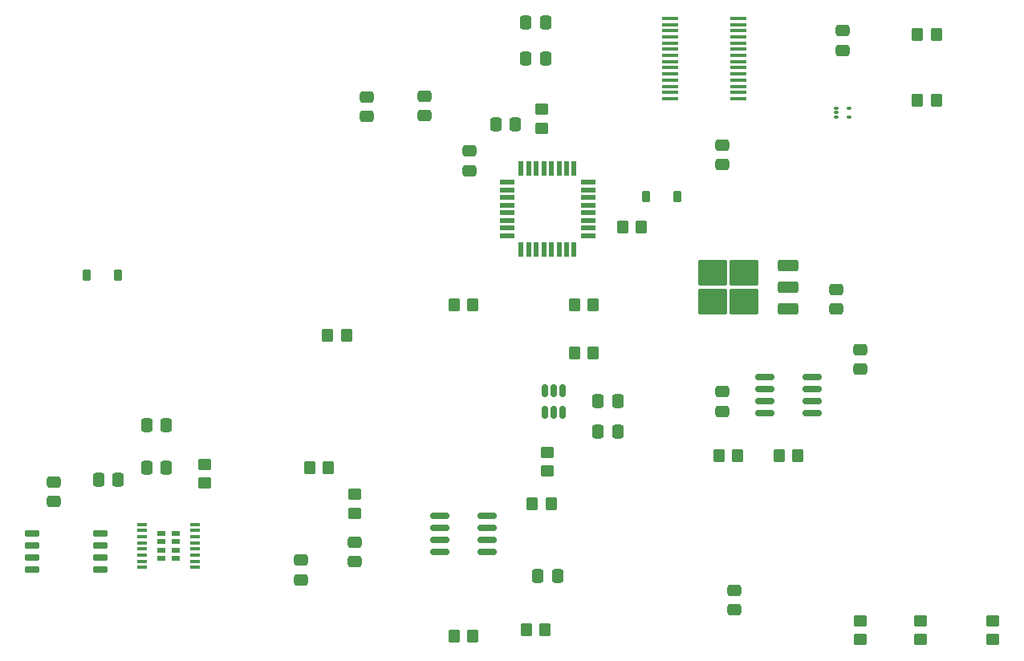
<source format=gbr>
%TF.GenerationSoftware,KiCad,Pcbnew,8.0.1*%
%TF.CreationDate,2024-04-13T21:31:32-05:00*%
%TF.ProjectId,ECE445-Wattbalance-PCB,45434534-3435-42d5-9761-747462616c61,rev?*%
%TF.SameCoordinates,Original*%
%TF.FileFunction,Paste,Top*%
%TF.FilePolarity,Positive*%
%FSLAX46Y46*%
G04 Gerber Fmt 4.6, Leading zero omitted, Abs format (unit mm)*
G04 Created by KiCad (PCBNEW 8.0.1) date 2024-04-13 21:31:32*
%MOMM*%
%LPD*%
G01*
G04 APERTURE LIST*
G04 Aperture macros list*
%AMRoundRect*
0 Rectangle with rounded corners*
0 $1 Rounding radius*
0 $2 $3 $4 $5 $6 $7 $8 $9 X,Y pos of 4 corners*
0 Add a 4 corners polygon primitive as box body*
4,1,4,$2,$3,$4,$5,$6,$7,$8,$9,$2,$3,0*
0 Add four circle primitives for the rounded corners*
1,1,$1+$1,$2,$3*
1,1,$1+$1,$4,$5*
1,1,$1+$1,$6,$7*
1,1,$1+$1,$8,$9*
0 Add four rect primitives between the rounded corners*
20,1,$1+$1,$2,$3,$4,$5,0*
20,1,$1+$1,$4,$5,$6,$7,0*
20,1,$1+$1,$6,$7,$8,$9,0*
20,1,$1+$1,$8,$9,$2,$3,0*%
G04 Aperture macros list end*
%ADD10RoundRect,0.075000X-0.150000X-0.075000X0.150000X-0.075000X0.150000X0.075000X-0.150000X0.075000X0*%
%ADD11RoundRect,0.250000X-0.475000X0.337500X-0.475000X-0.337500X0.475000X-0.337500X0.475000X0.337500X0*%
%ADD12RoundRect,0.150000X-0.825000X-0.150000X0.825000X-0.150000X0.825000X0.150000X-0.825000X0.150000X0*%
%ADD13R,0.882000X0.537000*%
%ADD14R,1.050000X0.450000*%
%ADD15RoundRect,0.250000X0.337500X0.475000X-0.337500X0.475000X-0.337500X-0.475000X0.337500X-0.475000X0*%
%ADD16RoundRect,0.250000X0.350000X0.450000X-0.350000X0.450000X-0.350000X-0.450000X0.350000X-0.450000X0*%
%ADD17RoundRect,0.250000X-0.350000X-0.450000X0.350000X-0.450000X0.350000X0.450000X-0.350000X0.450000X0*%
%ADD18RoundRect,0.250000X-0.450000X0.350000X-0.450000X-0.350000X0.450000X-0.350000X0.450000X0.350000X0*%
%ADD19RoundRect,0.150000X0.650000X0.150000X-0.650000X0.150000X-0.650000X-0.150000X0.650000X-0.150000X0*%
%ADD20RoundRect,0.250000X-0.337500X-0.475000X0.337500X-0.475000X0.337500X0.475000X-0.337500X0.475000X0*%
%ADD21RoundRect,0.250000X0.475000X-0.337500X0.475000X0.337500X-0.475000X0.337500X-0.475000X-0.337500X0*%
%ADD22R,1.750000X0.450000*%
%ADD23RoundRect,0.250000X0.450000X-0.350000X0.450000X0.350000X-0.450000X0.350000X-0.450000X-0.350000X0*%
%ADD24RoundRect,0.150000X0.825000X0.150000X-0.825000X0.150000X-0.825000X-0.150000X0.825000X-0.150000X0*%
%ADD25RoundRect,0.150000X0.150000X-0.512500X0.150000X0.512500X-0.150000X0.512500X-0.150000X-0.512500X0*%
%ADD26RoundRect,0.225000X0.225000X0.375000X-0.225000X0.375000X-0.225000X-0.375000X0.225000X-0.375000X0*%
%ADD27RoundRect,0.250000X0.850000X0.350000X-0.850000X0.350000X-0.850000X-0.350000X0.850000X-0.350000X0*%
%ADD28RoundRect,0.250000X1.275000X1.125000X-1.275000X1.125000X-1.275000X-1.125000X1.275000X-1.125000X0*%
%ADD29R,0.550000X1.600000*%
%ADD30R,1.600000X0.550000*%
G04 APERTURE END LIST*
D10*
%TO.C,U8*%
X189800000Y-69350000D03*
X189800000Y-69850000D03*
X189800000Y-70350000D03*
X191200000Y-70350000D03*
X191200000Y-69350000D03*
%TD*%
D11*
%TO.C,C18*%
X179070000Y-122322500D03*
X179070000Y-120247500D03*
%TD*%
D12*
%TO.C,U9*%
X182310000Y-97790000D03*
X182310000Y-99060000D03*
X182310000Y-100330000D03*
X182310000Y-101600000D03*
X187260000Y-101600000D03*
X187260000Y-100330000D03*
X187260000Y-99060000D03*
X187260000Y-97790000D03*
%TD*%
D13*
%TO.C,U5*%
X118645000Y-114227500D03*
X118645000Y-115122500D03*
X118645000Y-116017500D03*
X118645000Y-116912500D03*
X120115000Y-114227500D03*
X120115000Y-115122500D03*
X120115000Y-116017500D03*
X120115000Y-116912500D03*
D14*
X116605000Y-117845000D03*
X116605000Y-117195000D03*
X116605000Y-116545000D03*
X116605000Y-115895000D03*
X116605000Y-115245000D03*
X116605000Y-114595000D03*
X116605000Y-113945000D03*
X116605000Y-113295000D03*
X122155000Y-113295000D03*
X122155000Y-113945000D03*
X122155000Y-114595000D03*
X122155000Y-115245000D03*
X122155000Y-115895000D03*
X122155000Y-116545000D03*
X122155000Y-117195000D03*
X122155000Y-117845000D03*
%TD*%
D15*
%TO.C,C10*%
X119147500Y-107315000D03*
X117072500Y-107315000D03*
%TD*%
D11*
%TO.C,C3*%
X140335000Y-68177500D03*
X140335000Y-70252500D03*
%TD*%
D16*
%TO.C,R10*%
X164195000Y-90170000D03*
X162195000Y-90170000D03*
%TD*%
%TO.C,R1*%
X169275000Y-81915000D03*
X167275000Y-81915000D03*
%TD*%
D17*
%TO.C,R9*%
X136160000Y-93345000D03*
X138160000Y-93345000D03*
%TD*%
D18*
%TO.C,R5*%
X206375000Y-123460000D03*
X206375000Y-125460000D03*
%TD*%
D15*
%TO.C,C8*%
X159152500Y-64135000D03*
X157077500Y-64135000D03*
%TD*%
D18*
%TO.C,R18*%
X123190000Y-106950000D03*
X123190000Y-108950000D03*
%TD*%
D19*
%TO.C,U2*%
X104985000Y-118110000D03*
X104985000Y-116840000D03*
X104985000Y-115570000D03*
X104985000Y-114300000D03*
X112185000Y-114300000D03*
X112185000Y-115570000D03*
X112185000Y-116840000D03*
X112185000Y-118110000D03*
%TD*%
D20*
%TO.C,C11*%
X117072500Y-102870000D03*
X119147500Y-102870000D03*
%TD*%
D21*
%TO.C,C7*%
X190500000Y-63267500D03*
X190500000Y-61192500D03*
%TD*%
D20*
%TO.C,C17*%
X158347500Y-118745000D03*
X160422500Y-118745000D03*
%TD*%
%TO.C,C14*%
X164697500Y-100330000D03*
X166772500Y-100330000D03*
%TD*%
D15*
%TO.C,C12*%
X114067500Y-108585000D03*
X111992500Y-108585000D03*
%TD*%
D16*
%TO.C,R13*%
X151495000Y-90170000D03*
X149495000Y-90170000D03*
%TD*%
D15*
%TO.C,C4*%
X155977500Y-71120000D03*
X153902500Y-71120000D03*
%TD*%
D11*
%TO.C,C9*%
X189865000Y-88497500D03*
X189865000Y-90572500D03*
%TD*%
D16*
%TO.C,R14*%
X157115000Y-124460000D03*
X159115000Y-124460000D03*
%TD*%
%TO.C,R16*%
X159750000Y-111125000D03*
X157750000Y-111125000D03*
%TD*%
D22*
%TO.C,U3*%
X179495000Y-59910000D03*
X179495000Y-60560000D03*
X179495000Y-61210000D03*
X179495000Y-61860000D03*
X179495000Y-62510000D03*
X179495000Y-63160000D03*
X179495000Y-63810000D03*
X179495000Y-64460000D03*
X179495000Y-65110000D03*
X179495000Y-65760000D03*
X179495000Y-66410000D03*
X179495000Y-67060000D03*
X179495000Y-67710000D03*
X179495000Y-68360000D03*
X172295000Y-68360000D03*
X172295000Y-67710000D03*
X172295000Y-67060000D03*
X172295000Y-66410000D03*
X172295000Y-65760000D03*
X172295000Y-65110000D03*
X172295000Y-64460000D03*
X172295000Y-63810000D03*
X172295000Y-63160000D03*
X172295000Y-62510000D03*
X172295000Y-61860000D03*
X172295000Y-61210000D03*
X172295000Y-60560000D03*
X172295000Y-59910000D03*
%TD*%
D18*
%TO.C,R7*%
X192405000Y-123460000D03*
X192405000Y-125460000D03*
%TD*%
%TO.C,R17*%
X159385000Y-105680000D03*
X159385000Y-107680000D03*
%TD*%
D11*
%TO.C,C2*%
X146380000Y-68102500D03*
X146380000Y-70177500D03*
%TD*%
D23*
%TO.C,R6*%
X198755000Y-125460000D03*
X198755000Y-123460000D03*
%TD*%
D16*
%TO.C,R11*%
X164195000Y-95250000D03*
X162195000Y-95250000D03*
%TD*%
D11*
%TO.C,C1*%
X107315000Y-110892500D03*
X107315000Y-108817500D03*
%TD*%
%TO.C,C6*%
X177800000Y-73257500D03*
X177800000Y-75332500D03*
%TD*%
D17*
%TO.C,R4*%
X198390000Y-61595000D03*
X200390000Y-61595000D03*
%TD*%
D24*
%TO.C,U7*%
X152970000Y-116205000D03*
X152970000Y-114935000D03*
X152970000Y-113665000D03*
X152970000Y-112395000D03*
X148020000Y-112395000D03*
X148020000Y-113665000D03*
X148020000Y-114935000D03*
X148020000Y-116205000D03*
%TD*%
D16*
%TO.C,R3*%
X200390000Y-68580000D03*
X198390000Y-68580000D03*
%TD*%
D18*
%TO.C,R12*%
X139065000Y-112125000D03*
X139065000Y-110125000D03*
%TD*%
D16*
%TO.C,R20*%
X179435000Y-106045000D03*
X177435000Y-106045000D03*
%TD*%
D11*
%TO.C,C20*%
X192405000Y-94847500D03*
X192405000Y-96922500D03*
%TD*%
%TO.C,C21*%
X177800000Y-99292500D03*
X177800000Y-101367500D03*
%TD*%
D16*
%TO.C,R15*%
X151495000Y-125095000D03*
X149495000Y-125095000D03*
%TD*%
%TO.C,R8*%
X136255000Y-107315000D03*
X134255000Y-107315000D03*
%TD*%
D15*
%TO.C,C19*%
X159152500Y-60325000D03*
X157077500Y-60325000D03*
%TD*%
D25*
%TO.C,U6*%
X159070000Y-101467500D03*
X160020000Y-101467500D03*
X160970000Y-101467500D03*
X160970000Y-99192500D03*
X160020000Y-99192500D03*
X159070000Y-99192500D03*
%TD*%
D18*
%TO.C,R2*%
X158750000Y-69485000D03*
X158750000Y-71485000D03*
%TD*%
D15*
%TO.C,C15*%
X166772500Y-103505000D03*
X164697500Y-103505000D03*
%TD*%
D16*
%TO.C,R19*%
X185785000Y-106045000D03*
X183785000Y-106045000D03*
%TD*%
D26*
%TO.C,D1*%
X114045000Y-86995000D03*
X110745000Y-86995000D03*
%TD*%
D27*
%TO.C,U4*%
X184745000Y-90545000D03*
X184745000Y-88265000D03*
D28*
X180120000Y-89790000D03*
X180120000Y-86740000D03*
X176770000Y-89790000D03*
X176770000Y-86740000D03*
D27*
X184745000Y-85985000D03*
%TD*%
D29*
%TO.C,U1*%
X156585000Y-75760000D03*
X157385000Y-75760000D03*
X158185000Y-75760000D03*
X158985000Y-75760000D03*
X159785000Y-75760000D03*
X160585000Y-75760000D03*
X161385000Y-75760000D03*
X162185000Y-75760000D03*
D30*
X163635000Y-77210000D03*
X163635000Y-78010000D03*
X163635000Y-78810000D03*
X163635000Y-79610000D03*
X163635000Y-80410000D03*
X163635000Y-81210000D03*
X163635000Y-82010000D03*
X163635000Y-82810000D03*
D29*
X162185000Y-84260000D03*
X161385000Y-84260000D03*
X160585000Y-84260000D03*
X159785000Y-84260000D03*
X158985000Y-84260000D03*
X158185000Y-84260000D03*
X157385000Y-84260000D03*
X156585000Y-84260000D03*
D30*
X155135000Y-82810000D03*
X155135000Y-82010000D03*
X155135000Y-81210000D03*
X155135000Y-80410000D03*
X155135000Y-79610000D03*
X155135000Y-78810000D03*
X155135000Y-78010000D03*
X155135000Y-77210000D03*
%TD*%
D26*
%TO.C,D2*%
X173100000Y-78740000D03*
X169800000Y-78740000D03*
%TD*%
D21*
%TO.C,C5*%
X151130000Y-75967500D03*
X151130000Y-73892500D03*
%TD*%
D11*
%TO.C,C13*%
X133350000Y-117072500D03*
X133350000Y-119147500D03*
%TD*%
%TO.C,C16*%
X139065000Y-115167500D03*
X139065000Y-117242500D03*
%TD*%
M02*

</source>
